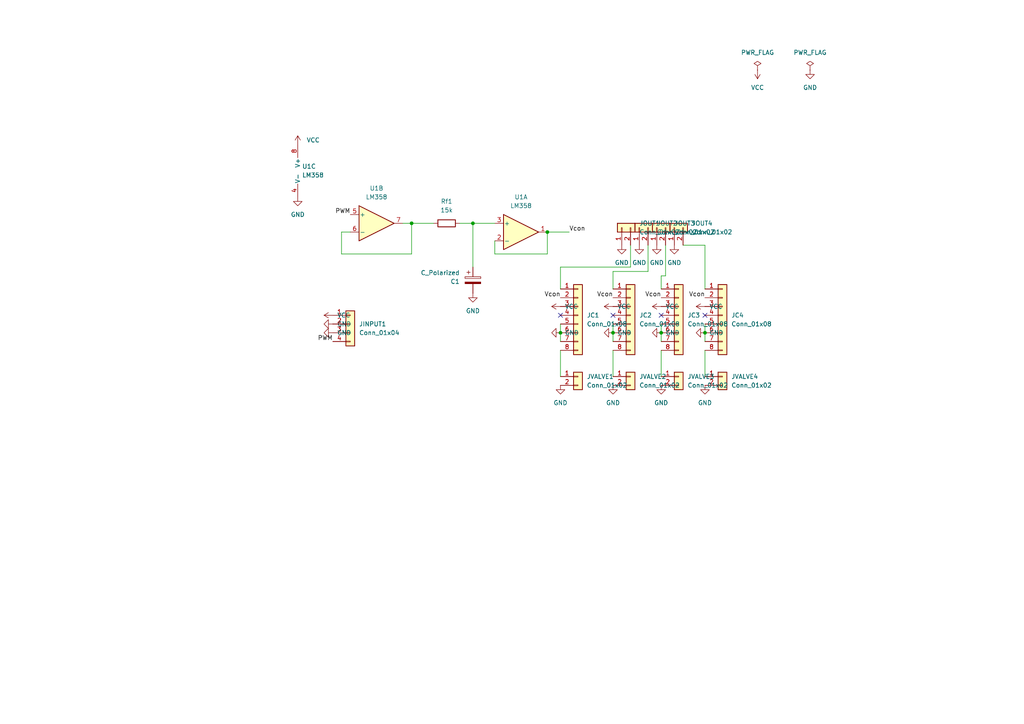
<source format=kicad_sch>
(kicad_sch (version 20211123) (generator eeschema)
  (paper "A4")
  (lib_symbols
    (symbol "Amplifier_Operational:LM358" (pin_names (offset 0.127))
      (property "Reference" "U" (at 0 5.08 0))
      (property "Value" "LM358" (at 0 -5.08 0))
      (symbol "LM358_1_1"
        (polyline (pts (xy -5.08 5.08) (xy 5.08 0) (xy -5.08 -5.08) (xy -5.08 5.08)) (stroke (width 0.254)) (fill (type background)))
        (pin output line (at 7.62 0 180) (length 2.54) (name "~") (number "1"))
        (pin input line (at -7.62 -2.54 0) (length 2.54) (name "-") (number "2"))
        (pin input line (at -7.62 2.54 0) (length 2.54) (name "+") (number "3"))
      )
      (symbol "LM358_2_1"
        (polyline (pts (xy -5.08 5.08) (xy 5.08 0) (xy -5.08 -5.08) (xy -5.08 5.08)) (stroke (width 0.254)) (fill (type background)))
        (pin input line (at -7.62 2.54 0) (length 2.54) (name "+") (number "5"))
        (pin input line (at -7.62 -2.54 0) (length 2.54) (name "-") (number "6"))
        (pin output line (at 7.62 0 180) (length 2.54) (name "~") (number "7"))
      )
      (symbol "LM358_3_1"
        (pin power_in line (at -2.54 -7.62 90) (length 3.81) (name "V-") (number "4"))
        (pin power_in line (at -2.54 7.62 270) (length 3.81) (name "V+") (number "8"))
      )
    )
    (symbol "Connector_Generic:Conn_01x02" (pin_names (offset 1.016) hide)
      (property "Reference" "J" (at 0 2.54 0))
      (property "Value" "Conn_01x02" (at 0 -5.08 0))
      (symbol "Conn_01x02_1_1"
        (rectangle (start -1.27 -2.413) (end 0 -2.667) (stroke (width 0.1524)))
        (rectangle (start -1.27 0.127) (end 0 -0.127) (stroke (width 0.1524)))
        (rectangle (start -1.27 1.27) (end 1.27 -3.81) (stroke (width 0.254)) (fill (type background)))
        (pin passive line (at -5.08 0 0) (length 3.81) (name "Pin_1") (number "1"))
        (pin passive line (at -5.08 -2.54 0) (length 3.81) (name "Pin_2") (number "2"))
      )
    )
    (symbol "Connector_Generic:Conn_01x04" (pin_names (offset 1.016) hide)
      (property "Reference" "J" (at 0 5.08 0))
      (property "Value" "Conn_01x04" (at 0 -7.62 0))
      (symbol "Conn_01x04_1_1"
        (rectangle (start -1.27 -4.953) (end 0 -5.207) (stroke (width 0.1524)))
        (rectangle (start -1.27 -2.413) (end 0 -2.667) (stroke (width 0.1524)))
        (rectangle (start -1.27 0.127) (end 0 -0.127) (stroke (width 0.1524)))
        (rectangle (start -1.27 2.667) (end 0 2.413) (stroke (width 0.1524)))
        (rectangle (start -1.27 3.81) (end 1.27 -6.35) (stroke (width 0.254)) (fill (type background)))
        (pin passive line (at -5.08 2.54 0) (length 3.81) (name "Pin_1") (number "1"))
        (pin passive line (at -5.08 0 0) (length 3.81) (name "Pin_2") (number "2"))
        (pin passive line (at -5.08 -2.54 0) (length 3.81) (name "Pin_3") (number "3"))
        (pin passive line (at -5.08 -5.08 0) (length 3.81) (name "Pin_4") (number "4"))
      )
    )
    (symbol "Connector_Generic:Conn_01x08" (pin_names (offset 1.016) hide)
      (property "Reference" "J" (at 0 10.16 0))
      (property "Value" "Conn_01x08" (at 0 -12.7 0))
      (symbol "Conn_01x08_1_1"
        (rectangle (start -1.27 -10.033) (end 0 -10.287) (stroke (width 0.1524)))
        (rectangle (start -1.27 -7.493) (end 0 -7.747) (stroke (width 0.1524)))
        (rectangle (start -1.27 -4.953) (end 0 -5.207) (stroke (width 0.1524)))
        (rectangle (start -1.27 -2.413) (end 0 -2.667) (stroke (width 0.1524)))
        (rectangle (start -1.27 0.127) (end 0 -0.127) (stroke (width 0.1524)))
        (rectangle (start -1.27 2.667) (end 0 2.413) (stroke (width 0.1524)))
        (rectangle (start -1.27 5.207) (end 0 4.953) (stroke (width 0.1524)))
        (rectangle (start -1.27 7.747) (end 0 7.493) (stroke (width 0.1524)))
        (rectangle (start -1.27 8.89) (end 1.27 -11.43) (stroke (width 0.254)) (fill (type background)))
        (pin passive line (at -5.08 7.62 0) (length 3.81) (name "Pin_1") (number "1"))
        (pin passive line (at -5.08 5.08 0) (length 3.81) (name "Pin_2") (number "2"))
        (pin passive line (at -5.08 2.54 0) (length 3.81) (name "Pin_3") (number "3"))
        (pin passive line (at -5.08 0 0) (length 3.81) (name "Pin_4") (number "4"))
        (pin passive line (at -5.08 -2.54 0) (length 3.81) (name "Pin_5") (number "5"))
        (pin passive line (at -5.08 -5.08 0) (length 3.81) (name "Pin_6") (number "6"))
        (pin passive line (at -5.08 -7.62 0) (length 3.81) (name "Pin_7") (number "7"))
        (pin passive line (at -5.08 -10.16 0) (length 3.81) (name "Pin_8") (number "8"))
      )
    )
    (symbol "Device:C_Polarized" (pin_numbers hide) (pin_names (offset 0.254))
      (property "Reference" "C" (at 0.635 2.54 0))
      (property "Value" "C_Polarized" (at 0.635 -2.54 0))
      (symbol "C_Polarized_0_1"
        (rectangle (start -2.286 0.508) (end 2.286 1.016))
        (polyline (pts (xy -1.778 2.286) (xy -0.762 2.286)))
        (polyline (pts (xy -1.27 2.794) (xy -1.27 1.778)))
        (rectangle (start 2.286 -0.508) (end -2.286 -1.016) (fill (type outline)))
      )
      (symbol "C_Polarized_1_1"
        (pin passive line (at 0 3.81 270) (length 2.794) (name "~") (number "1"))
        (pin passive line (at 0 -3.81 90) (length 2.794) (name "~") (number "2"))
      )
    )
    (symbol "Device:R" (pin_numbers hide) (pin_names (offset 0))
      (property "Reference" "R" (at 2.032 0 90))
      (property "Value" "R" (at 0 0 90))
      (symbol "R_0_1"
        (rectangle (start -1.016 -2.54) (end 1.016 2.54) (stroke (width 0.254)))
      )
      (symbol "R_1_1"
        (pin passive line (at 0 3.81 270) (length 1.27) (name "~") (number "1"))
        (pin passive line (at 0 -3.81 90) (length 1.27) (name "~") (number "2"))
      )
    )
    (symbol "power:GND" (power) (pin_names (offset 0))
      (property "Value" "GND" (at 0 -3.81 0))
      (symbol "GND_0_1"
        (polyline (pts (xy 0 0) (xy 0 -1.27) (xy 1.27 -1.27) (xy 0 -2.54) (xy -1.27 -1.27) (xy 0 -1.27)))
      )
      (symbol "GND_1_1"
        (pin power_in line (at 0 0 270) (length 0) hide (name "GND") (number "1"))
      )
    )
    (symbol "power:PWR_FLAG" (power) (pin_numbers hide) (pin_names (offset 0) hide)
      (property "Value" "PWR_FLAG" (at 0 3.81 0))
      (symbol "PWR_FLAG_0_0"
        (pin power_out line (at 0 0 90) (length 0) (name "pwr") (number "1"))
      )
      (symbol "PWR_FLAG_0_1"
        (polyline (pts (xy 0 0) (xy 0 1.27) (xy -1.016 1.905) (xy 0 2.54) (xy 1.016 1.905) (xy 0 1.27)))
      )
    )
    (symbol "power:VCC" (power) (pin_names (offset 0))
      (property "Value" "VCC" (at 0 3.81 0))
      (symbol "VCC_0_1"
        (polyline (pts (xy -0.762 1.27) (xy 0 2.54)))
        (polyline (pts (xy 0 0) (xy 0 2.54)))
        (polyline (pts (xy 0 2.54) (xy 0.762 1.27)))
      )
      (symbol "VCC_1_1"
        (pin power_in line (at 0 0 90) (length 0) hide (name "VCC") (number "1"))
      )
    )
  )
  (junction (at 204.47 96.52))
  (junction (at 191.77 96.52))
  (junction (at 162.56 96.52))
  (junction (at 177.8 96.52))
  (junction (at 119.38 64.77))
  (junction (at 158.75 67.31))
  (junction (at 137.16 64.77))
  (no_connect (at 191.77 91.44))
  (no_connect (at 204.47 91.44))
  (no_connect (at 162.56 91.44))
  (no_connect (at 177.8 91.44))
  (wire (pts (xy 204.47 101.6) (xy 204.47 109.22)))
  (wire (pts (xy 137.16 64.77) (xy 137.16 77.47)))
  (wire (pts (xy 191.77 93.98) (xy 191.77 96.52)))
  (wire (pts (xy 204.47 93.98) (xy 204.47 96.52)))
  (wire (pts (xy 162.56 93.98) (xy 162.56 96.52)))
  (wire (pts (xy 204.47 96.52) (xy 204.47 99.06)))
  (wire (pts (xy 101.6 67.31) (xy 99.06 67.31)))
  (wire (pts (xy 158.75 73.66) (xy 158.75 67.31)))
  (wire (pts (xy 99.06 67.31) (xy 99.06 73.66)))
  (wire (pts (xy 177.8 83.82) (xy 177.8 78.74)))
  (wire (pts (xy 182.88 77.47) (xy 182.88 71.12)))
  (wire (pts (xy 191.77 101.6) (xy 191.77 109.22)))
  (wire (pts (xy 177.8 78.74) (xy 187.96 78.74)))
  (wire (pts (xy 133.35 64.77) (xy 137.16 64.77)))
  (wire (pts (xy 119.38 64.77) (xy 125.73 64.77)))
  (wire (pts (xy 177.8 93.98) (xy 177.8 96.52)))
  (wire (pts (xy 162.56 83.82) (xy 162.56 77.47)))
  (wire (pts (xy 191.77 83.82) (xy 191.77 80.01)))
  (wire (pts (xy 187.96 78.74) (xy 187.96 71.12)))
  (wire (pts (xy 143.51 73.66) (xy 158.75 73.66)))
  (wire (pts (xy 137.16 64.77) (xy 143.51 64.77)))
  (wire (pts (xy 204.47 71.12) (xy 204.47 83.82)))
  (wire (pts (xy 204.47 71.12) (xy 198.12 71.12)))
  (wire (pts (xy 162.56 77.47) (xy 182.88 77.47)))
  (wire (pts (xy 158.75 67.31) (xy 165.1 67.31)))
  (wire (pts (xy 119.38 64.77) (xy 119.38 73.66)))
  (wire (pts (xy 143.51 69.85) (xy 143.51 73.66)))
  (wire (pts (xy 177.8 101.6) (xy 177.8 109.22)))
  (wire (pts (xy 177.8 96.52) (xy 177.8 99.06)))
  (wire (pts (xy 191.77 96.52) (xy 191.77 99.06)))
  (wire (pts (xy 193.04 71.12) (xy 193.04 80.01)))
  (wire (pts (xy 116.84 64.77) (xy 119.38 64.77)))
  (wire (pts (xy 191.77 80.01) (xy 193.04 80.01)))
  (wire (pts (xy 99.06 73.66) (xy 119.38 73.66)))
  (wire (pts (xy 162.56 96.52) (xy 162.56 99.06)))
  (wire (pts (xy 162.56 101.6) (xy 162.56 109.22)))
  (label "Vcon" (at 177.8 86.36 180))
  (label "PWM" (at 96.52 99.06 180))
  (label "Vcon" (at 191.77 86.36 180))
  (label "PWM" (at 101.6 62.23 180))
  (label "Vcon" (at 165.1 67.31 0))
  (label "Vcon" (at 204.47 86.36 180))
  (label "Vcon" (at 162.56 86.36 180))
  (symbol (lib_id "power:GND") (at 185.42 71.12 0) (unit 1)
    (property "Reference" "#PWR0114" (effects hide))
    (property "Value" "GND" (at 185.42 76.2 0))
  )
  (symbol (lib_id "power:VCC") (at 162.56 88.9 90) (unit 1)
    (property "Reference" "#PWR0123" (effects hide))
    (property "Value" "VCC" (at 163.83 88.8999 90) (effects (justify right)))
  )
  (symbol (lib_id "power:VCC") (at 86.36 41.91 0) (unit 1)
    (property "Reference" "#PWR0103" (effects hide))
    (property "Value" "VCC" (at 88.9 40.6399 0) (effects (justify left)))
  )
  (symbol (lib_id "power:PWR_FLAG") (at 234.95 20.32 0) (unit 1)
    (property "Reference" "#FLG0102" (effects hide))
    (property "Value" "PWR_FLAG" (at 234.95 15.24 0))
  )
  (symbol (lib_id "Connector_Generic:Conn_01x02") (at 185.42 66.04 90) (unit 1)
    (property "Reference" "JOUT2" (at 190.5 64.7699 90) (effects (justify right)))
    (property "Value" "Conn_01x02" (at 190.5 67.3099 90) (effects (justify right)))
    (property "Footprint" "TerminalBlock:TerminalBlock_bornier-2_P5.08mm" (effects hide))
  )
  (symbol (lib_id "power:PWR_FLAG") (at 219.71 20.32 0) (unit 1)
    (property "Reference" "#FLG0101" (effects hide))
    (property "Value" "PWR_FLAG" (at 219.71 15.24 0))
  )
  (symbol (lib_id "power:VCC") (at 191.77 88.9 90) (unit 1)
    (property "Reference" "#PWR0117" (effects hide))
    (property "Value" "VCC" (at 193.04 88.8999 90) (effects (justify right)))
  )
  (symbol (lib_id "Connector_Generic:Conn_01x08") (at 182.88 91.44 0) (unit 1)
    (property "Reference" "JC2" (at 185.42 91.4399 0) (effects (justify left)))
    (property "Value" "Conn_01x08" (at 185.42 93.9799 0) (effects (justify left)))
    (property "Footprint" "Connector_PinHeader_2.54mm:PinHeader_1x08_P2.54mm_Vertical" (effects hide))
  )
  (symbol (lib_id "Amplifier_Operational:LM358") (at 109.22 64.77 0) (unit 2)
    (property "Reference" "U1" (at 109.22 54.61 0))
    (property "Value" "LM358" (at 109.22 57.15 0))
    (property "Footprint" "Package_DIP:DIP-8_W7.62mm" (effects hide))
    (property "Datasheet" "http://www.ti.com/lit/ds/symlink/lm2904-n.pdf" (effects hide))
  )
  (symbol (lib_id "Amplifier_Operational:LM358") (at 151.13 67.31 0) (unit 1)
    (property "Reference" "U1" (at 151.13 57.15 0))
    (property "Value" "LM358" (at 151.13 59.69 0))
    (property "Footprint" "Package_DIP:DIP-8_W7.62mm" (effects hide))
    (property "Datasheet" "http://www.ti.com/lit/ds/symlink/lm2904-n.pdf" (effects hide))
  )
  (symbol (lib_id "Connector_Generic:Conn_01x08") (at 209.55 91.44 0) (unit 1)
    (property "Reference" "JC4" (at 212.09 91.4399 0) (effects (justify left)))
    (property "Value" "Conn_01x08" (at 212.09 93.9799 0) (effects (justify left)))
    (property "Footprint" "Connector_PinHeader_2.54mm:PinHeader_1x08_P2.54mm_Vertical" (effects hide))
  )
  (symbol (lib_id "Device:C_Polarized") (at 137.16 81.28 0) (unit 1)
    (property "Reference" "C1" (at 133.35 81.6611 0) (effects (justify right)))
    (property "Value" "C_Polarized" (at 133.35 79.1211 0) (effects (justify right)))
    (property "Footprint" "Capacitor_THT:CP_Radial_D5.0mm_P2.50mm" (effects hide))
  )
  (symbol (lib_id "power:GND") (at 195.58 71.12 0) (unit 1)
    (property "Reference" "#PWR0118" (effects hide))
    (property "Value" "GND" (at 195.58 76.2 0))
  )
  (symbol (lib_id "power:GND") (at 177.8 96.52 270) (unit 1)
    (property "Reference" "#PWR0110" (effects hide))
    (property "Value" "GND" (at 179.07 96.5199 90) (effects (justify left)))
  )
  (symbol (lib_id "power:GND") (at 204.47 111.76 0) (unit 1)
    (property "Reference" "#PWR0107" (effects hide))
    (property "Value" "GND" (at 204.47 116.84 0))
  )
  (symbol (lib_id "Connector_Generic:Conn_01x04") (at 101.6 93.98 0) (unit 1)
    (property "Reference" "JINPUT1" (at 104.14 93.9799 0) (effects (justify left)))
    (property "Value" "Conn_01x04" (at 104.14 96.5199 0) (effects (justify left)))
    (property "Footprint" "TerminalBlock:TerminalBlock_bornier-4_P5.08mm" (effects hide))
  )
  (symbol (lib_id "power:VCC") (at 96.52 91.44 90) (unit 1)
    (property "Reference" "#PWR0105" (effects hide))
    (property "Value" "VCC" (at 97.79 91.4399 90) (effects (justify right)))
  )
  (symbol (lib_id "Connector_Generic:Conn_01x02") (at 209.55 109.22 0) (unit 1)
    (property "Reference" "JVALVE4" (at 212.09 109.2199 0) (effects (justify left)))
    (property "Value" "Conn_01x02" (at 212.09 111.7599 0) (effects (justify left)))
    (property "Footprint" "TerminalBlock:TerminalBlock_bornier-2_P5.08mm" (effects hide))
  )
  (symbol (lib_id "power:VCC") (at 219.71 20.32 180) (unit 1)
    (property "Reference" "#PWR0113" (effects hide))
    (property "Value" "VCC" (at 219.71 25.4 0))
  )
  (symbol (lib_id "Connector_Generic:Conn_01x02") (at 195.58 66.04 90) (unit 1)
    (property "Reference" "JOUT4" (at 200.66 64.7699 90) (effects (justify right)))
    (property "Value" "Conn_01x02" (at 200.66 67.3099 90) (effects (justify right)))
    (property "Footprint" "TerminalBlock:TerminalBlock_bornier-2_P5.08mm" (effects hide))
  )
  (symbol (lib_id "Connector_Generic:Conn_01x02") (at 190.5 66.04 90) (unit 1)
    (property "Reference" "JOUT3" (at 195.58 64.7699 90) (effects (justify right)))
    (property "Value" "Conn_01x02" (at 195.58 67.3099 90) (effects (justify right)))
    (property "Footprint" "TerminalBlock:TerminalBlock_bornier-2_P5.08mm" (effects hide))
  )
  (symbol (lib_id "Connector_Generic:Conn_01x08") (at 167.64 91.44 0) (unit 1)
    (property "Reference" "JC1" (at 170.18 91.4399 0) (effects (justify left)))
    (property "Value" "Conn_01x08" (at 170.18 93.9799 0) (effects (justify left)))
    (property "Footprint" "Connector_PinHeader_2.54mm:PinHeader_1x08_P2.54mm_Vertical" (effects hide))
  )
  (symbol (lib_id "power:VCC") (at 177.8 88.9 90) (unit 1)
    (property "Reference" "#PWR0111" (effects hide))
    (property "Value" "VCC" (at 179.07 88.8999 90) (effects (justify right)))
  )
  (symbol (lib_id "Connector_Generic:Conn_01x02") (at 196.85 109.22 0) (unit 1)
    (property "Reference" "JVALVE3" (at 199.39 109.2199 0) (effects (justify left)))
    (property "Value" "Conn_01x02" (at 199.39 111.7599 0) (effects (justify left)))
    (property "Footprint" "TerminalBlock:TerminalBlock_bornier-2_P5.08mm" (effects hide))
  )
  (symbol (lib_id "Connector_Generic:Conn_01x02") (at 167.64 109.22 0) (unit 1)
    (property "Reference" "JVALVE1" (at 170.18 109.2199 0) (effects (justify left)))
    (property "Value" "Conn_01x02" (at 170.18 111.7599 0) (effects (justify left)))
    (property "Footprint" "TerminalBlock:TerminalBlock_bornier-2_P5.08mm" (effects hide))
  )
  (symbol (lib_id "power:GND") (at 162.56 111.76 0) (unit 1)
    (property "Reference" "#PWR0120" (effects hide))
    (property "Value" "GND" (at 162.56 116.84 0))
  )
  (symbol (lib_id "Connector_Generic:Conn_01x02") (at 182.88 109.22 0) (unit 1)
    (property "Reference" "JVALVE2" (at 185.42 109.2199 0) (effects (justify left)))
    (property "Value" "Conn_01x02" (at 185.42 111.7599 0) (effects (justify left)))
    (property "Footprint" "TerminalBlock:TerminalBlock_bornier-2_P5.08mm" (effects hide))
  )
  (symbol (lib_id "Connector_Generic:Conn_01x08") (at 196.85 91.44 0) (unit 1)
    (property "Reference" "JC3" (at 199.39 91.4399 0) (effects (justify left)))
    (property "Value" "Conn_01x08" (at 199.39 93.9799 0) (effects (justify left)))
    (property "Footprint" "Connector_PinHeader_2.54mm:PinHeader_1x08_P2.54mm_Vertical" (effects hide))
  )
  (symbol (lib_id "power:GND") (at 162.56 96.52 270) (unit 1)
    (property "Reference" "#PWR0124" (effects hide))
    (property "Value" "GND" (at 163.83 96.5199 90) (effects (justify left)))
  )
  (symbol (lib_id "Device:R") (at 129.54 64.77 90) (unit 1)
    (property "Reference" "Rf1" (at 129.54 58.42 90))
    (property "Value" "15k" (at 129.54 60.96 90))
    (property "Footprint" "Resistor_THT:R_Axial_DIN0207_L6.3mm_D2.5mm_P10.16mm_Horizontal" (effects hide))
  )
  (symbol (lib_id "power:GND") (at 96.52 93.98 270) (unit 1)
    (property "Reference" "#PWR0106" (effects hide))
    (property "Value" "GND" (at 97.79 93.9799 90) (effects (justify left)))
  )
  (symbol (lib_id "power:GND") (at 137.16 85.09 0) (unit 1)
    (property "Reference" "#PWR0101" (effects hide))
    (property "Value" "GND" (at 137.16 90.17 0))
  )
  (symbol (lib_id "power:GND") (at 191.77 111.76 0) (unit 1)
    (property "Reference" "#PWR0119" (effects hide))
    (property "Value" "GND" (at 191.77 116.84 0))
  )
  (symbol (lib_id "power:GND") (at 204.47 96.52 270) (unit 1)
    (property "Reference" "#PWR0108" (effects hide))
    (property "Value" "GND" (at 205.74 96.5199 90) (effects (justify left)))
  )
  (symbol (lib_id "power:GND") (at 86.36 57.15 0) (unit 1)
    (property "Reference" "#PWR0102" (effects hide))
    (property "Value" "GND" (at 86.36 62.23 0))
  )
  (symbol (lib_id "power:GND") (at 191.77 96.52 270) (unit 1)
    (property "Reference" "#PWR0116" (effects hide))
    (property "Value" "GND" (at 193.04 96.5199 90) (effects (justify left)))
  )
  (symbol (lib_id "power:GND") (at 177.8 111.76 0) (unit 1)
    (property "Reference" "#PWR0121" (effects hide))
    (property "Value" "GND" (at 177.8 116.84 0))
  )
  (symbol (lib_id "power:VCC") (at 204.47 88.9 90) (unit 1)
    (property "Reference" "#PWR0109" (effects hide))
    (property "Value" "VCC" (at 205.74 88.8999 90) (effects (justify right)))
  )
  (symbol (lib_id "power:GND") (at 234.95 20.32 0) (unit 1)
    (property "Reference" "#PWR0112" (effects hide))
    (property "Value" "GND" (at 234.95 25.4 0))
  )
  (symbol (lib_id "power:GND") (at 180.34 71.12 0) (unit 1)
    (property "Reference" "#PWR0122" (effects hide))
    (property "Value" "GND" (at 180.34 76.2 0))
  )
  (symbol (lib_id "Connector_Generic:Conn_01x02") (at 180.34 66.04 90) (unit 1)
    (property "Reference" "JOUT1" (at 185.42 64.7699 90) (effects (justify right)))
    (property "Value" "Conn_01x02" (at 185.42 67.3099 90) (effects (justify right)))
    (property "Footprint" "TerminalBlock:TerminalBlock_bornier-2_P5.08mm" (effects hide))
  )
  (symbol (lib_id "power:GND") (at 96.52 96.52 270) (unit 1)
    (property "Reference" "#PWR0104" (effects hide))
    (property "Value" "GND" (at 97.79 96.5199 90) (effects (justify left)))
  )
  (symbol (lib_id "power:GND") (at 190.5 71.12 0) (unit 1)
    (property "Reference" "#PWR0115" (effects hide))
    (property "Value" "GND" (at 190.5 76.2 0))
  )
  (symbol (lib_id "Amplifier_Operational:LM358") (at 88.9 49.53 0) (unit 3)
    (property "Reference" "U1" (at 87.63 48.2599 0) (effects (justify left)))
    (property "Value" "LM358" (at 87.63 50.7999 0) (effects (justify left)))
    (property "Footprint" "Package_DIP:DIP-8_W7.62mm" (effects hide))
    (property "Datasheet" "http://www.ti.com/lit/ds/symlink/lm2904-n.pdf" (effects hide))
  )
)
</source>
